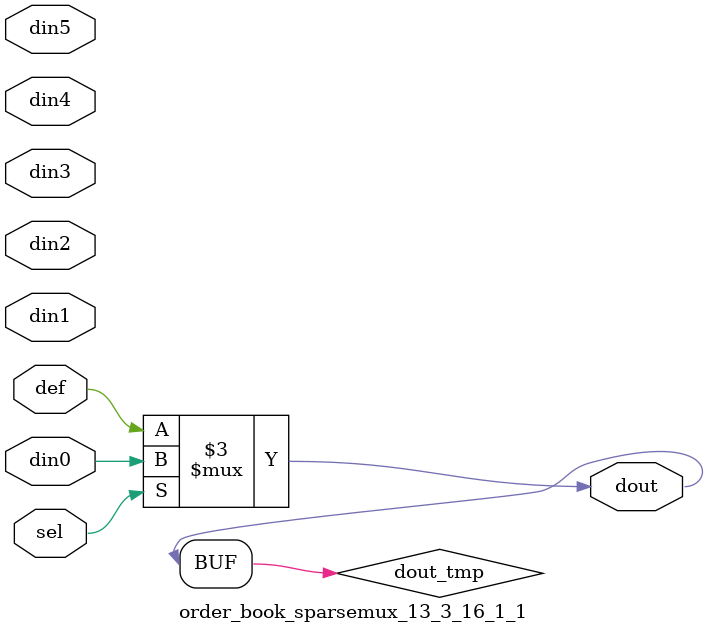
<source format=v>
`timescale 1ns / 1ps

module order_book_sparsemux_13_3_16_1_1 (din0,din1,din2,din3,din4,din5,def,sel,dout);

parameter din0_WIDTH = 1;

parameter din1_WIDTH = 1;

parameter din2_WIDTH = 1;

parameter din3_WIDTH = 1;

parameter din4_WIDTH = 1;

parameter din5_WIDTH = 1;

parameter def_WIDTH = 1;
parameter sel_WIDTH = 1;
parameter dout_WIDTH = 1;

parameter [sel_WIDTH-1:0] CASE0 = 1;

parameter [sel_WIDTH-1:0] CASE1 = 1;

parameter [sel_WIDTH-1:0] CASE2 = 1;

parameter [sel_WIDTH-1:0] CASE3 = 1;

parameter [sel_WIDTH-1:0] CASE4 = 1;

parameter [sel_WIDTH-1:0] CASE5 = 1;

parameter ID = 1;
parameter NUM_STAGE = 1;



input [din0_WIDTH-1:0] din0;

input [din1_WIDTH-1:0] din1;

input [din2_WIDTH-1:0] din2;

input [din3_WIDTH-1:0] din3;

input [din4_WIDTH-1:0] din4;

input [din5_WIDTH-1:0] din5;

input [def_WIDTH-1:0] def;
input [sel_WIDTH-1:0] sel;

output [dout_WIDTH-1:0] dout;



reg [dout_WIDTH-1:0] dout_tmp;


always @ (*) begin
(* parallel_case *) case (sel)
    
    CASE0 : dout_tmp = din0;
    
    CASE1 : dout_tmp = din1;
    
    CASE2 : dout_tmp = din2;
    
    CASE3 : dout_tmp = din3;
    
    CASE4 : dout_tmp = din4;
    
    CASE5 : dout_tmp = din5;
    
    default : dout_tmp = def;
endcase
end


assign dout = dout_tmp;



endmodule

</source>
